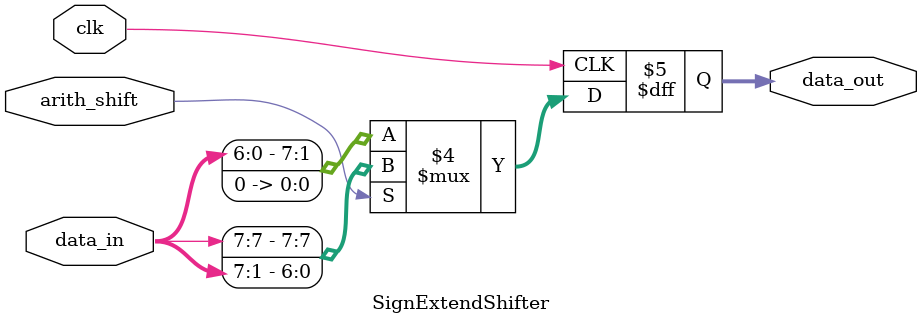
<source format=sv>
module SignExtendShifter #(parameter WIDTH=8) (
    input clk, arith_shift,
    input signed [WIDTH-1:0] data_in,
    output reg signed [WIDTH-1:0] data_out
);
always @(posedge clk) begin
    data_out <= arith_shift ? data_in >>> 1 : data_in << 1;
end
endmodule
</source>
